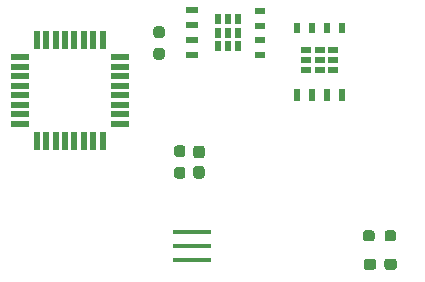
<source format=gbr>
%TF.GenerationSoftware,KiCad,Pcbnew,5.1.7-a382d34a8~88~ubuntu18.04.1*%
%TF.CreationDate,2021-02-25T09:30:43-05:00*%
%TF.ProjectId,DaqBoard,44617142-6f61-4726-942e-6b696361645f,rev?*%
%TF.SameCoordinates,Original*%
%TF.FileFunction,Paste,Top*%
%TF.FilePolarity,Positive*%
%FSLAX46Y46*%
G04 Gerber Fmt 4.6, Leading zero omitted, Abs format (unit mm)*
G04 Created by KiCad (PCBNEW 5.1.7-a382d34a8~88~ubuntu18.04.1) date 2021-02-25 09:30:43*
%MOMM*%
%LPD*%
G01*
G04 APERTURE LIST*
%ADD10R,1.600000X0.550000*%
%ADD11R,0.550000X1.600000*%
%ADD12R,3.200000X0.400000*%
%ADD13R,0.900000X0.600000*%
%ADD14R,0.600000X0.900000*%
%ADD15R,0.600000X1.050000*%
%ADD16R,1.050000X0.600000*%
G04 APERTURE END LIST*
D10*
%TO.C,U1*%
X122292000Y-92137000D03*
X122292000Y-92937000D03*
X122292000Y-93737000D03*
X122292000Y-94537000D03*
X122292000Y-95337000D03*
X122292000Y-96137000D03*
X122292000Y-96937000D03*
X122292000Y-97737000D03*
D11*
X120842000Y-99187000D03*
X120042000Y-99187000D03*
X119242000Y-99187000D03*
X118442000Y-99187000D03*
X117642000Y-99187000D03*
X116842000Y-99187000D03*
X116042000Y-99187000D03*
X115242000Y-99187000D03*
D10*
X113792000Y-97737000D03*
X113792000Y-96937000D03*
X113792000Y-96137000D03*
X113792000Y-95337000D03*
X113792000Y-94537000D03*
X113792000Y-93737000D03*
X113792000Y-92937000D03*
X113792000Y-92137000D03*
D11*
X115242000Y-90687000D03*
X116042000Y-90687000D03*
X116842000Y-90687000D03*
X117642000Y-90687000D03*
X118442000Y-90687000D03*
X119242000Y-90687000D03*
X120042000Y-90687000D03*
X120842000Y-90687000D03*
%TD*%
%TO.C,R4*%
G36*
G01*
X127118100Y-101413500D02*
X127593100Y-101413500D01*
G75*
G02*
X127830600Y-101651000I0J-237500D01*
G01*
X127830600Y-102151000D01*
G75*
G02*
X127593100Y-102388500I-237500J0D01*
G01*
X127118100Y-102388500D01*
G75*
G02*
X126880600Y-102151000I0J237500D01*
G01*
X126880600Y-101651000D01*
G75*
G02*
X127118100Y-101413500I237500J0D01*
G01*
G37*
G36*
G01*
X127118100Y-99588500D02*
X127593100Y-99588500D01*
G75*
G02*
X127830600Y-99826000I0J-237500D01*
G01*
X127830600Y-100326000D01*
G75*
G02*
X127593100Y-100563500I-237500J0D01*
G01*
X127118100Y-100563500D01*
G75*
G02*
X126880600Y-100326000I0J237500D01*
G01*
X126880600Y-99826000D01*
G75*
G02*
X127118100Y-99588500I237500J0D01*
G01*
G37*
%TD*%
D12*
%TO.C,Y1*%
X128397000Y-109277000D03*
X128397000Y-108077000D03*
X128397000Y-106877000D03*
%TD*%
%TO.C,R2*%
G36*
G01*
X143847000Y-107001300D02*
X143847000Y-107476300D01*
G75*
G02*
X143609500Y-107713800I-237500J0D01*
G01*
X143109500Y-107713800D01*
G75*
G02*
X142872000Y-107476300I0J237500D01*
G01*
X142872000Y-107001300D01*
G75*
G02*
X143109500Y-106763800I237500J0D01*
G01*
X143609500Y-106763800D01*
G75*
G02*
X143847000Y-107001300I0J-237500D01*
G01*
G37*
G36*
G01*
X145672000Y-107001300D02*
X145672000Y-107476300D01*
G75*
G02*
X145434500Y-107713800I-237500J0D01*
G01*
X144934500Y-107713800D01*
G75*
G02*
X144697000Y-107476300I0J237500D01*
G01*
X144697000Y-107001300D01*
G75*
G02*
X144934500Y-106763800I237500J0D01*
G01*
X145434500Y-106763800D01*
G75*
G02*
X145672000Y-107001300I0J-237500D01*
G01*
G37*
%TD*%
%TO.C,R1*%
G36*
G01*
X125840500Y-90483500D02*
X125365500Y-90483500D01*
G75*
G02*
X125128000Y-90246000I0J237500D01*
G01*
X125128000Y-89746000D01*
G75*
G02*
X125365500Y-89508500I237500J0D01*
G01*
X125840500Y-89508500D01*
G75*
G02*
X126078000Y-89746000I0J-237500D01*
G01*
X126078000Y-90246000D01*
G75*
G02*
X125840500Y-90483500I-237500J0D01*
G01*
G37*
G36*
G01*
X125840500Y-92308500D02*
X125365500Y-92308500D01*
G75*
G02*
X125128000Y-92071000I0J237500D01*
G01*
X125128000Y-91571000D01*
G75*
G02*
X125365500Y-91333500I237500J0D01*
G01*
X125840500Y-91333500D01*
G75*
G02*
X126078000Y-91571000I0J-237500D01*
G01*
X126078000Y-92071000D01*
G75*
G02*
X125840500Y-92308500I-237500J0D01*
G01*
G37*
%TD*%
D13*
%TO.C,Q2*%
X139192000Y-92325000D03*
D14*
X139792000Y-89625000D03*
D15*
X141102000Y-95345000D03*
X139832000Y-95345000D03*
X137282000Y-95345000D03*
X138552000Y-95345000D03*
D14*
X138592000Y-89625000D03*
X141072000Y-89625000D03*
X137312000Y-89625000D03*
D13*
X139192000Y-93175000D03*
X139192000Y-91475000D03*
X140342000Y-91475000D03*
X140342000Y-93175000D03*
X140342000Y-92325000D03*
X138042000Y-91475000D03*
X138042000Y-93175000D03*
X138042000Y-92325000D03*
%TD*%
D14*
%TO.C,Q1*%
X131449000Y-90043000D03*
D13*
X134149000Y-90643000D03*
D16*
X128429000Y-91953000D03*
X128429000Y-90683000D03*
X128429000Y-88133000D03*
X128429000Y-89403000D03*
D13*
X134149000Y-89443000D03*
X134149000Y-91923000D03*
X134149000Y-88163000D03*
D14*
X130599000Y-90043000D03*
X132299000Y-90043000D03*
X132299000Y-91193000D03*
X130599000Y-91193000D03*
X131449000Y-91193000D03*
X132299000Y-88893000D03*
X130599000Y-88893000D03*
X131449000Y-88893000D03*
%TD*%
%TO.C,D1*%
G36*
G01*
X144684200Y-109889300D02*
X144684200Y-109414300D01*
G75*
G02*
X144921700Y-109176800I237500J0D01*
G01*
X145496700Y-109176800D01*
G75*
G02*
X145734200Y-109414300I0J-237500D01*
G01*
X145734200Y-109889300D01*
G75*
G02*
X145496700Y-110126800I-237500J0D01*
G01*
X144921700Y-110126800D01*
G75*
G02*
X144684200Y-109889300I0J237500D01*
G01*
G37*
G36*
G01*
X142934200Y-109889300D02*
X142934200Y-109414300D01*
G75*
G02*
X143171700Y-109176800I237500J0D01*
G01*
X143746700Y-109176800D01*
G75*
G02*
X143984200Y-109414300I0J-237500D01*
G01*
X143984200Y-109889300D01*
G75*
G02*
X143746700Y-110126800I-237500J0D01*
G01*
X143171700Y-110126800D01*
G75*
G02*
X142934200Y-109889300I0J237500D01*
G01*
G37*
%TD*%
%TO.C,C5*%
G36*
G01*
X128743700Y-101316500D02*
X129218700Y-101316500D01*
G75*
G02*
X129456200Y-101554000I0J-237500D01*
G01*
X129456200Y-102154000D01*
G75*
G02*
X129218700Y-102391500I-237500J0D01*
G01*
X128743700Y-102391500D01*
G75*
G02*
X128506200Y-102154000I0J237500D01*
G01*
X128506200Y-101554000D01*
G75*
G02*
X128743700Y-101316500I237500J0D01*
G01*
G37*
G36*
G01*
X128743700Y-99591500D02*
X129218700Y-99591500D01*
G75*
G02*
X129456200Y-99829000I0J-237500D01*
G01*
X129456200Y-100429000D01*
G75*
G02*
X129218700Y-100666500I-237500J0D01*
G01*
X128743700Y-100666500D01*
G75*
G02*
X128506200Y-100429000I0J237500D01*
G01*
X128506200Y-99829000D01*
G75*
G02*
X128743700Y-99591500I237500J0D01*
G01*
G37*
%TD*%
M02*

</source>
